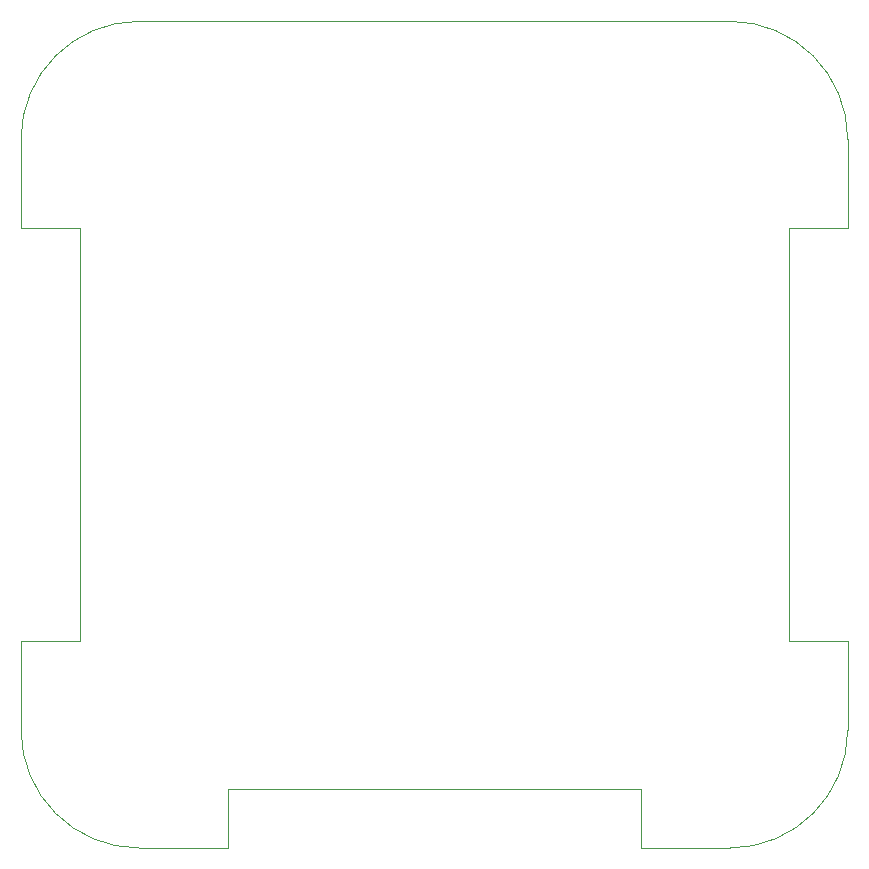
<source format=gm1>
G04 #@! TF.GenerationSoftware,KiCad,Pcbnew,8.0.7*
G04 #@! TF.CreationDate,2025-04-19T00:44:47-07:00*
G04 #@! TF.ProjectId,Hardware,48617264-7761-4726-952e-6b696361645f,rev?*
G04 #@! TF.SameCoordinates,Original*
G04 #@! TF.FileFunction,Profile,NP*
%FSLAX46Y46*%
G04 Gerber Fmt 4.6, Leading zero omitted, Abs format (unit mm)*
G04 Created by KiCad (PCBNEW 8.0.7) date 2025-04-19 00:44:47*
%MOMM*%
%LPD*%
G01*
G04 APERTURE LIST*
G04 #@! TA.AperFunction,Profile*
%ADD10C,0.050000*%
G04 #@! TD*
G04 APERTURE END LIST*
D10*
X166000000Y-103000000D02*
X148500000Y-103000000D01*
X131000000Y-90500000D02*
X131000000Y-98000000D01*
X201000000Y-98000000D02*
G75*
G02*
X191000000Y-108000000I-10000000J0D01*
G01*
X136000000Y-73000000D02*
X136000000Y-55500000D01*
X191000000Y-38000000D02*
G75*
G02*
X201000000Y-48000000I0J-10000000D01*
G01*
X141000000Y-108000000D02*
G75*
G02*
X131000000Y-98000000I0J10000000D01*
G01*
X136000000Y-73000000D02*
X136000000Y-90500000D01*
X196000000Y-90500000D02*
X201000000Y-90500000D01*
X201000000Y-55500000D02*
X201000000Y-48000000D01*
X201000000Y-90500000D02*
X201000000Y-98000000D01*
X183500000Y-103000000D02*
X183500000Y-108000000D01*
X136000000Y-55500000D02*
X131000000Y-55500000D01*
X131000000Y-48000000D02*
G75*
G02*
X141000000Y-38000000I10000000J0D01*
G01*
X196000000Y-73000000D02*
X196000000Y-90500000D01*
X136000000Y-90500000D02*
X131000000Y-90500000D01*
X196000000Y-73000000D02*
X196000000Y-55500000D01*
X191000000Y-108000000D02*
X183500000Y-108000000D01*
X148500000Y-103000000D02*
X148500000Y-108000000D01*
X196000000Y-55500000D02*
X201000000Y-55500000D01*
X191000000Y-38000000D02*
X141000000Y-38000000D01*
X166000000Y-103000000D02*
X183500000Y-103000000D01*
X148500000Y-108000000D02*
X141000000Y-108000000D01*
X131000000Y-48000000D02*
X131000000Y-55500000D01*
M02*

</source>
